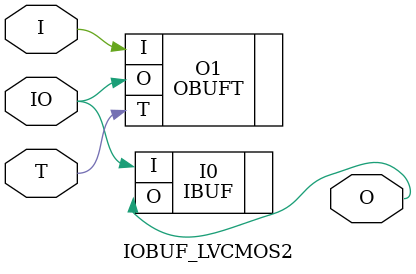
<source format=v>


`timescale  1 ps / 1 ps


module IOBUF_LVCMOS2 (O, IO, I, T);

    output O;

    inout  IO;

    input  I, T;

        OBUFT #(.IOSTANDARD("LVCMOS2") ) O1 (.O(IO), .I(I), .T(T)); 
	IBUF #(.IOSTANDARD("LVCMOS2"))  I0 (.O(O), .I(IO));
        

endmodule



</source>
